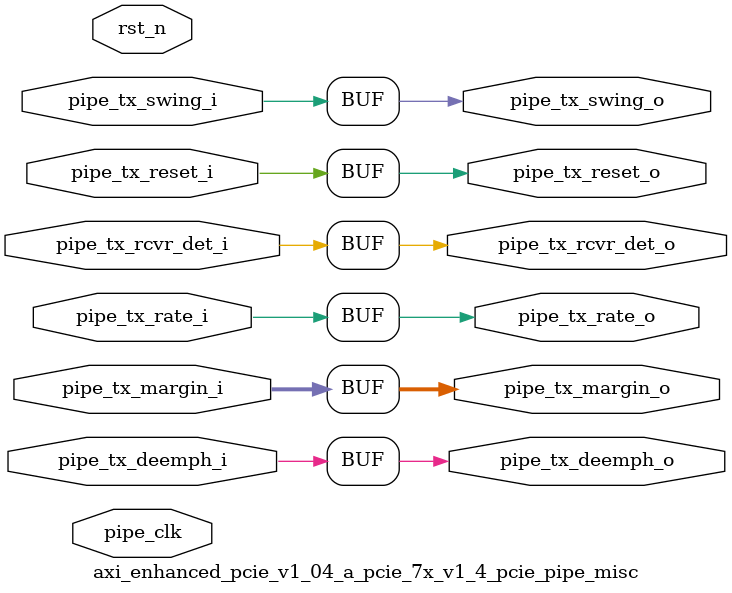
<source format=v>

`timescale 1ps/1ps

module axi_enhanced_pcie_v1_04_a_pcie_7x_v1_4_pcie_pipe_misc #
(
    parameter        PIPE_PIPELINE_STAGES = 0    // 0 - 0 stages, 1 - 1 stage, 2 - 2 stages
)
(

    input   wire        pipe_tx_rcvr_det_i       ,     // PIPE Tx Receiver Detect
    input   wire        pipe_tx_reset_i          ,     // PIPE Tx Reset
    input   wire        pipe_tx_rate_i           ,     // PIPE Tx Rate
    input   wire        pipe_tx_deemph_i         ,     // PIPE Tx Deemphasis
    input   wire [2:0]  pipe_tx_margin_i         ,     // PIPE Tx Margin
    input   wire        pipe_tx_swing_i          ,     // PIPE Tx Swing

    output  wire        pipe_tx_rcvr_det_o       ,     // Pipelined PIPE Tx Receiver Detect
    output  wire        pipe_tx_reset_o          ,     // Pipelined PIPE Tx Reset
    output  wire        pipe_tx_rate_o           ,     // Pipelined PIPE Tx Rate
    output  wire        pipe_tx_deemph_o         ,     // Pipelined PIPE Tx Deemphasis
    output  wire [2:0]  pipe_tx_margin_o         ,     // Pipelined PIPE Tx Margin
    output  wire        pipe_tx_swing_o          ,     // Pipelined PIPE Tx Swing

    input   wire        pipe_clk                ,      // PIPE Clock
    input   wire        rst_n                          // Reset
);

//******************************************************************//
// Reality check.                                                   //
//******************************************************************//

    parameter TCQ  = 1;      // clock to out delay model

    reg                pipe_tx_rcvr_det_q       ;
    reg                pipe_tx_reset_q          ;
    reg                pipe_tx_rate_q           ;
    reg                pipe_tx_deemph_q         ;
    reg [2:0]          pipe_tx_margin_q         ;
    reg                pipe_tx_swing_q          ;

    reg                pipe_tx_rcvr_det_qq      ;
    reg                pipe_tx_reset_qq         ;
    reg                pipe_tx_rate_qq          ;
    reg                pipe_tx_deemph_qq        ;
    reg [2:0]          pipe_tx_margin_qq        ;
    reg                pipe_tx_swing_qq         ;

    generate

    if (PIPE_PIPELINE_STAGES == 0) begin : pipe_stages_0

        assign pipe_tx_rcvr_det_o = pipe_tx_rcvr_det_i;
        assign pipe_tx_reset_o  = pipe_tx_reset_i;
        assign pipe_tx_rate_o = pipe_tx_rate_i;
        assign pipe_tx_deemph_o = pipe_tx_deemph_i;
        assign pipe_tx_margin_o = pipe_tx_margin_i;
        assign pipe_tx_swing_o = pipe_tx_swing_i;

    end // if (PIPE_PIPELINE_STAGES == 0)
    else if (PIPE_PIPELINE_STAGES == 1) begin : pipe_stages_1

        always @(posedge pipe_clk) begin

        if (rst_n)
        begin

            pipe_tx_rcvr_det_q <= #TCQ 0;
            pipe_tx_reset_q  <= #TCQ 1'b1;
            pipe_tx_rate_q <= #TCQ 0;
            pipe_tx_deemph_q <= #TCQ 1'b1;
            pipe_tx_margin_q <= #TCQ 0;
            pipe_tx_swing_q <= #TCQ 0;

        end
        else
        begin

            pipe_tx_rcvr_det_q <= #TCQ pipe_tx_rcvr_det_i;
            pipe_tx_reset_q  <= #TCQ pipe_tx_reset_i;
            pipe_tx_rate_q <= #TCQ pipe_tx_rate_i;
            pipe_tx_deemph_q <= #TCQ pipe_tx_deemph_i;
            pipe_tx_margin_q <= #TCQ pipe_tx_margin_i;
            pipe_tx_swing_q <= #TCQ pipe_tx_swing_i;

          end

        end

        assign pipe_tx_rcvr_det_o = pipe_tx_rcvr_det_q;
        assign pipe_tx_reset_o  = pipe_tx_reset_q;
        assign pipe_tx_rate_o = pipe_tx_rate_q;
        assign pipe_tx_deemph_o = pipe_tx_deemph_q;
        assign pipe_tx_margin_o = pipe_tx_margin_q;
        assign pipe_tx_swing_o = pipe_tx_swing_q;

    end // if (PIPE_PIPELINE_STAGES == 1)
    else if (PIPE_PIPELINE_STAGES == 2) begin : pipe_stages_2

        always @(posedge pipe_clk) begin

        if (rst_n)
        begin

            pipe_tx_rcvr_det_q <= #TCQ 0;
            pipe_tx_reset_q  <= #TCQ 1'b1;
            pipe_tx_rate_q <= #TCQ 0;
            pipe_tx_deemph_q <= #TCQ 1'b1;
            pipe_tx_margin_q <= #TCQ 0;
            pipe_tx_swing_q <= #TCQ 0;

            pipe_tx_rcvr_det_qq <= #TCQ 0;
            pipe_tx_reset_qq  <= #TCQ 1'b1;
            pipe_tx_rate_qq <= #TCQ 0;
            pipe_tx_deemph_qq <= #TCQ 1'b1;
            pipe_tx_margin_qq <= #TCQ 0;
            pipe_tx_swing_qq <= #TCQ 0;

        end
        else
        begin

            pipe_tx_rcvr_det_q <= #TCQ pipe_tx_rcvr_det_i;
            pipe_tx_reset_q  <= #TCQ pipe_tx_reset_i;
            pipe_tx_rate_q <= #TCQ pipe_tx_rate_i;
            pipe_tx_deemph_q <= #TCQ pipe_tx_deemph_i;
            pipe_tx_margin_q <= #TCQ pipe_tx_margin_i;
            pipe_tx_swing_q <= #TCQ pipe_tx_swing_i;

            pipe_tx_rcvr_det_qq <= #TCQ pipe_tx_rcvr_det_q;
            pipe_tx_reset_qq  <= #TCQ pipe_tx_reset_q;
            pipe_tx_rate_qq <= #TCQ pipe_tx_rate_q;
            pipe_tx_deemph_qq <= #TCQ pipe_tx_deemph_q;
            pipe_tx_margin_qq <= #TCQ pipe_tx_margin_q;
            pipe_tx_swing_qq <= #TCQ pipe_tx_swing_q;

          end

        end

        assign pipe_tx_rcvr_det_o = pipe_tx_rcvr_det_qq;
        assign pipe_tx_reset_o  = pipe_tx_reset_qq;
        assign pipe_tx_rate_o = pipe_tx_rate_qq;
        assign pipe_tx_deemph_o = pipe_tx_deemph_qq;
        assign pipe_tx_margin_o = pipe_tx_margin_qq;
        assign pipe_tx_swing_o = pipe_tx_swing_qq;

    end // if (PIPE_PIPELINE_STAGES == 2)

    endgenerate

endmodule

</source>
